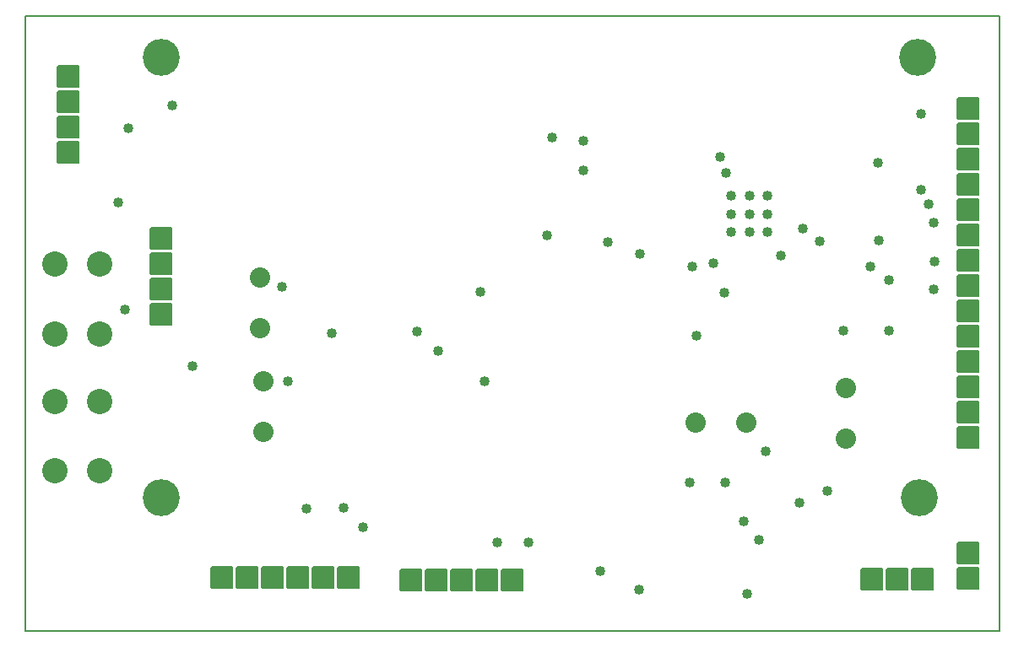
<source format=gbr>
G04 PROTEUS GERBER X2 FILE*
%TF.GenerationSoftware,Labcenter,Proteus,8.17-SP2-Build37159*%
%TF.CreationDate,2024-05-15T18:34:46+00:00*%
%TF.FileFunction,Soldermask,Bot*%
%TF.FilePolarity,Negative*%
%TF.Part,Single*%
%TF.SameCoordinates,{2fb43601-861e-418b-a464-66e3711116c9}*%
%FSLAX45Y45*%
%MOMM*%
G01*
%TA.AperFunction,Material*%
%ADD30C,1.016000*%
%AMPPAD025*
4,1,36,
1.016000,-1.143000,
-1.016000,-1.143000,
-1.041590,-1.140420,
-1.065430,-1.133020,
-1.087000,-1.121310,
-1.105800,-1.105800,
-1.121310,-1.087000,
-1.133020,-1.065430,
-1.140420,-1.041590,
-1.143000,-1.016000,
-1.143000,1.016000,
-1.140420,1.041590,
-1.133020,1.065430,
-1.121310,1.087000,
-1.105800,1.105800,
-1.087000,1.121310,
-1.065430,1.133020,
-1.041590,1.140420,
-1.016000,1.143000,
1.016000,1.143000,
1.041590,1.140420,
1.065430,1.133020,
1.087000,1.121310,
1.105800,1.105800,
1.121310,1.087000,
1.133020,1.065430,
1.140420,1.041590,
1.143000,1.016000,
1.143000,-1.016000,
1.140420,-1.041590,
1.133020,-1.065430,
1.121310,-1.087000,
1.105800,-1.105800,
1.087000,-1.121310,
1.065430,-1.133020,
1.041590,-1.140420,
1.016000,-1.143000,
0*%
%TA.AperFunction,Material*%
%ADD31PPAD025*%
%TA.AperFunction,Material*%
%ADD32C,2.032000*%
%TA.AperFunction,Material*%
%ADD37C,3.708000*%
%TA.AperFunction,Material*%
%ADD38C,2.540000*%
%TA.AperFunction,Profile*%
%ADD25C,0.150000*%
%TD.AperFunction*%
D30*
X-2993767Y+2124458D03*
X-3429625Y+1894004D03*
X+2743200Y-2057400D03*
X+270000Y-2266382D03*
X+770000Y+820000D03*
X+1131568Y+1468339D03*
X+1131568Y+1761768D03*
X+2773356Y-2784537D03*
X-1890000Y+297250D03*
X-1830000Y-649750D03*
X+2264912Y-190362D03*
X+2617000Y+1030000D03*
X+2800000Y+1030000D03*
X+2983000Y+1030000D03*
X+2983000Y+847000D03*
X+2800000Y+847000D03*
X+2617000Y+847000D03*
X+2617000Y+1214000D03*
X+2800000Y+1214000D03*
X+2983000Y+1214000D03*
X+144969Y-649750D03*
X-1075001Y-2115986D03*
X+2200000Y-1660000D03*
X+3581400Y-1752600D03*
X-531760Y-151955D03*
X+100000Y+250000D03*
X-1270000Y-1920000D03*
X-1642857Y-1928682D03*
X+3335833Y+884568D03*
X+4517440Y+1271372D03*
X+2566577Y+1446094D03*
X-3468191Y+73202D03*
X-3534596Y+1146753D03*
X+820000Y+1800000D03*
X+2506843Y+1601922D03*
X+4092025Y+1543909D03*
X+1695747Y-2741132D03*
X+1697730Y+632350D03*
X-1393488Y-162294D03*
X+2551677Y-1663344D03*
X+2439493Y+536679D03*
X+1381200Y+752400D03*
X+1300000Y-2550000D03*
X+583319Y-2265055D03*
X+4518775Y+2037039D03*
X+3507792Y+755111D03*
X+4596834Y+1130800D03*
X+4010000Y+500000D03*
X+4647651Y+942405D03*
X+2225625Y+499828D03*
X+2550000Y+240000D03*
X+3114606Y+615904D03*
X+4653570Y+556296D03*
X-2790000Y-492750D03*
X+4098734Y+764000D03*
X+2965539Y-1350000D03*
X+2898209Y-2241791D03*
X+4197137Y-137137D03*
X+3743801Y-141599D03*
X+4198864Y+365321D03*
X+4643200Y+275790D03*
X+3303314Y-1868830D03*
X-320000Y-340000D03*
D31*
X+422000Y-2642750D03*
X+168000Y-2642750D03*
X-86000Y-2642750D03*
X-340000Y-2642750D03*
X-594000Y-2642750D03*
X-4029000Y+1645250D03*
X-4029000Y+1899250D03*
X-4029000Y+2153250D03*
X-4029000Y+2407250D03*
D32*
X+3770000Y-714750D03*
X+3770000Y-1222750D03*
X-2075000Y-1157750D03*
X-2075000Y-649750D03*
X-2111000Y+395250D03*
X-2111000Y-112750D03*
D31*
X+4028000Y-2636750D03*
X+4282000Y-2636750D03*
X+4536000Y-2636750D03*
X+4990000Y-2626750D03*
X+4990000Y-2372750D03*
D37*
X-3100000Y+2607250D03*
X-3100000Y-1812750D03*
X+4490000Y+2607250D03*
X+4500000Y-1812750D03*
D38*
X-4170000Y-172750D03*
X-4170000Y+527250D03*
X-3720000Y-172750D03*
X-3720000Y+527250D03*
X-4165000Y-1547750D03*
X-4165000Y-847750D03*
X-3715000Y-1547750D03*
X-3715000Y-847750D03*
D32*
X+2770000Y-1062750D03*
X+2262000Y-1062750D03*
D31*
X-3100000Y+781250D03*
X-3100000Y+527250D03*
X-3100000Y+273250D03*
X-3100000Y+19250D03*
X-2490000Y-2622750D03*
X-2236000Y-2622750D03*
X-1982000Y-2622750D03*
X-1728000Y-2622750D03*
X-1474000Y-2622750D03*
X-1220000Y-2622750D03*
X+4990000Y-1214000D03*
X+4990000Y-960000D03*
X+4990000Y-706000D03*
X+4990000Y-452000D03*
X+4990000Y-198000D03*
X+4990000Y+56000D03*
X+4990000Y+310000D03*
X+4990000Y+564000D03*
X+4990000Y+818000D03*
X+4990000Y+1072000D03*
X+4990000Y+1326000D03*
X+4990000Y+1580000D03*
X+4990000Y+2090000D03*
X+4990000Y+1836000D03*
D25*
X-4465000Y-3152750D02*
X+5305000Y-3152750D01*
X+5305000Y+3017250D01*
X-4465000Y+3017250D01*
X-4465000Y-3152750D01*
M02*

</source>
